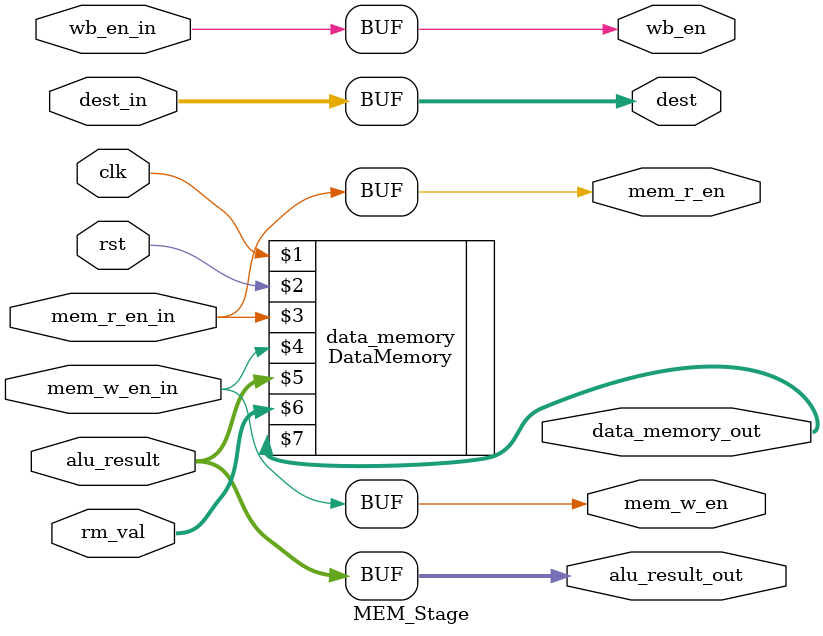
<source format=v>
module MEM_Stage (
  input         clk,
  input         rst,

  input         wb_en_in,
  input         mem_r_en_in,
  input         mem_w_en_in,
  input [31:0]  alu_result,
  input [31:0]  rm_val,
  input [3:0]   dest_in,

  output        wb_en,
  output        mem_r_en,
  output        mem_w_en,
  output [31:0] alu_result_out,
  output [31:0] data_memory_out,
  output [3:0]  dest
  );

  assign wb_en = wb_en_in;
  assign mem_r_en = mem_r_en_in;
  assign mem_w_en = mem_w_en_in;
  assign alu_result_out = alu_result; 
  
  DataMemory data_memory (clk, rst, mem_r_en_in, mem_w_en_in, alu_result, rm_val, data_memory_out);
  
  assign dest = dest_in;

endmodule

</source>
